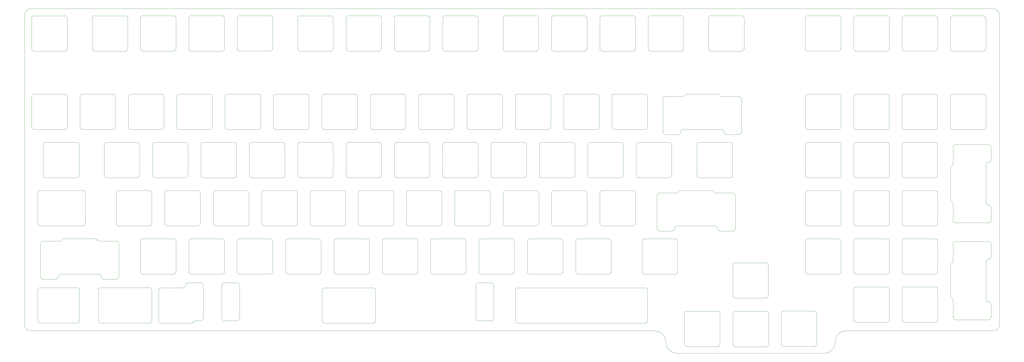
<source format=gbr>
%TF.GenerationSoftware,KiCad,Pcbnew,(5.1.6)-1*%
%TF.CreationDate,2020-07-02T17:11:33-07:00*%
%TF.ProjectId,plate,706c6174-652e-46b6-9963-61645f706362,rev?*%
%TF.SameCoordinates,Original*%
%TF.FileFunction,Profile,NP*%
%FSLAX46Y46*%
G04 Gerber Fmt 4.6, Leading zero omitted, Abs format (unit mm)*
G04 Created by KiCad (PCBNEW (5.1.6)-1) date 2020-07-02 17:11:33*
%MOMM*%
%LPD*%
G01*
G04 APERTURE LIST*
%TA.AperFunction,Profile*%
%ADD10C,0.050000*%
%TD*%
G04 APERTURE END LIST*
D10*
X164281500Y-282756000D02*
X145233000Y-282756000D01*
X115145000Y-283265000D02*
X115145000Y-161091000D01*
X115145000Y-161091000D02*
G75*
G02*
X117685000Y-158551000I2540000J0D01*
G01*
X117685000Y-158551000D02*
X496780000Y-158551000D01*
X496780000Y-158551000D02*
G75*
G02*
X499320000Y-161091000I0J-2540000D01*
G01*
X496780000Y-158551000D02*
X496780000Y-158551000D01*
X130044025Y-249907500D02*
G75*
G02*
X129178000Y-250407500I-866025J500000D01*
G01*
X480476000Y-272863525D02*
G75*
G02*
X479976000Y-271997500I500000J866025D01*
G01*
X493976000Y-258559500D02*
G75*
G02*
X494976000Y-257559500I1000000J0D01*
G01*
X494976000Y-250559500D02*
G75*
G02*
X495976000Y-251559500I0J-1000000D01*
G01*
X479976022Y-259997513D02*
G75*
G02*
X480476000Y-259131500I999978J13D01*
G01*
X480976000Y-251559500D02*
G75*
G02*
X481976000Y-250559500I1000000J0D01*
G01*
X480975978Y-258265487D02*
G75*
G02*
X480476000Y-259131500I-999978J-13D01*
G01*
X494976000Y-274435500D02*
G75*
G02*
X495976000Y-275435500I0J-1000000D01*
G01*
X495976000Y-280435500D02*
G75*
G02*
X494976000Y-281435500I-1000000J0D01*
G01*
X480476000Y-272863475D02*
G75*
G02*
X480976000Y-273729500I-500000J-866025D01*
G01*
X481976000Y-281435500D02*
G75*
G02*
X480976000Y-280435500I0J1000000D01*
G01*
X495976000Y-256559500D02*
G75*
G02*
X494976000Y-257559500I-1000000J0D01*
G01*
X494976000Y-274435500D02*
G75*
G02*
X493976000Y-273435500I0J1000000D01*
G01*
X494976000Y-281435500D02*
X481976000Y-281435500D01*
X493976000Y-258559500D02*
X493976000Y-273435500D01*
X480976000Y-258265500D02*
X480976000Y-251559500D01*
X495976000Y-275435500D02*
X495976000Y-280435500D01*
X481976000Y-250559500D02*
X494976000Y-250559500D01*
X495976000Y-251559500D02*
X495976000Y-256559500D01*
X479976000Y-271997500D02*
X479976000Y-259997500D01*
X480976000Y-280435500D02*
X480976000Y-273729500D01*
X480476000Y-234509525D02*
G75*
G02*
X479976000Y-233643500I500000J866025D01*
G01*
X493976000Y-220205500D02*
G75*
G02*
X494976000Y-219205500I1000000J0D01*
G01*
X494976000Y-212205500D02*
G75*
G02*
X495976000Y-213205500I0J-1000000D01*
G01*
X479976022Y-221643513D02*
G75*
G02*
X480476000Y-220777500I999978J13D01*
G01*
X480976000Y-213205500D02*
G75*
G02*
X481976000Y-212205500I1000000J0D01*
G01*
X480975978Y-219911487D02*
G75*
G02*
X480476000Y-220777500I-999978J-13D01*
G01*
X494976000Y-236081500D02*
G75*
G02*
X495976000Y-237081500I0J-1000000D01*
G01*
X495976000Y-242081500D02*
G75*
G02*
X494976000Y-243081500I-1000000J0D01*
G01*
X480476000Y-234509475D02*
G75*
G02*
X480976000Y-235375500I-500000J-866025D01*
G01*
X481976000Y-243081500D02*
G75*
G02*
X480976000Y-242081500I0J1000000D01*
G01*
X495976000Y-218205500D02*
G75*
G02*
X494976000Y-219205500I-1000000J0D01*
G01*
X494976000Y-236081500D02*
G75*
G02*
X493976000Y-235081500I0J1000000D01*
G01*
X494976000Y-243081500D02*
X481976000Y-243081500D01*
X493976000Y-220205500D02*
X493976000Y-235081500D01*
X480976000Y-219911500D02*
X480976000Y-213205500D01*
X495976000Y-237081500D02*
X495976000Y-242081500D01*
X481976000Y-212205500D02*
X494976000Y-212205500D01*
X495976000Y-213205500D02*
X495976000Y-218205500D01*
X479976000Y-233643500D02*
X479976000Y-221643500D01*
X480976000Y-242081500D02*
X480976000Y-235375500D01*
X375280975Y-192757500D02*
G75*
G02*
X376147000Y-192257500I866025J-500000D01*
G01*
X389585000Y-206257500D02*
G75*
G02*
X390585000Y-207257500I0J-1000000D01*
G01*
X397585000Y-207257500D02*
G75*
G02*
X396585000Y-208257500I-1000000J0D01*
G01*
X388146987Y-192257522D02*
G75*
G02*
X389013000Y-192757500I13J-999978D01*
G01*
X396585000Y-193257500D02*
G75*
G02*
X397585000Y-194257500I0J-1000000D01*
G01*
X389879013Y-193257478D02*
G75*
G02*
X389013000Y-192757500I-13J999978D01*
G01*
X373709000Y-207257500D02*
G75*
G02*
X372709000Y-208257500I-1000000J0D01*
G01*
X367709000Y-208257500D02*
G75*
G02*
X366709000Y-207257500I0J1000000D01*
G01*
X375281025Y-192757500D02*
G75*
G02*
X374415000Y-193257500I-866025J500000D01*
G01*
X366709000Y-194257500D02*
G75*
G02*
X367709000Y-193257500I1000000J0D01*
G01*
X391585000Y-208257500D02*
G75*
G02*
X390585000Y-207257500I0J1000000D01*
G01*
X373709000Y-207257500D02*
G75*
G02*
X374709000Y-206257500I1000000J0D01*
G01*
X366709000Y-207257500D02*
X366709000Y-194257500D01*
X389585000Y-206257500D02*
X374709000Y-206257500D01*
X389879000Y-193257500D02*
X396585000Y-193257500D01*
X372709000Y-208257500D02*
X367709000Y-208257500D01*
X397585000Y-194257500D02*
X397585000Y-207257500D01*
X396585000Y-208257500D02*
X391585000Y-208257500D01*
X376147000Y-192257500D02*
X388147000Y-192257500D01*
X367709000Y-193257500D02*
X374415000Y-193257500D01*
X372931475Y-230857500D02*
G75*
G02*
X373797500Y-230357500I866025J-500000D01*
G01*
X387235500Y-244357500D02*
G75*
G02*
X388235500Y-245357500I0J-1000000D01*
G01*
X395235500Y-245357500D02*
G75*
G02*
X394235500Y-246357500I-1000000J0D01*
G01*
X385797487Y-230357522D02*
G75*
G02*
X386663500Y-230857500I13J-999978D01*
G01*
X394235500Y-231357500D02*
G75*
G02*
X395235500Y-232357500I0J-1000000D01*
G01*
X387529513Y-231357478D02*
G75*
G02*
X386663500Y-230857500I-13J999978D01*
G01*
X371359500Y-245357500D02*
G75*
G02*
X370359500Y-246357500I-1000000J0D01*
G01*
X365359500Y-246357500D02*
G75*
G02*
X364359500Y-245357500I0J1000000D01*
G01*
X372931525Y-230857500D02*
G75*
G02*
X372065500Y-231357500I-866025J500000D01*
G01*
X364359500Y-232357500D02*
G75*
G02*
X365359500Y-231357500I1000000J0D01*
G01*
X389235500Y-246357500D02*
G75*
G02*
X388235500Y-245357500I0J1000000D01*
G01*
X371359500Y-245357500D02*
G75*
G02*
X372359500Y-244357500I1000000J0D01*
G01*
X364359500Y-245357500D02*
X364359500Y-232357500D01*
X387235500Y-244357500D02*
X372359500Y-244357500D01*
X387529500Y-231357500D02*
X394235500Y-231357500D01*
X370359500Y-246357500D02*
X365359500Y-246357500D01*
X395235500Y-232357500D02*
X395235500Y-245357500D01*
X394235500Y-246357500D02*
X389235500Y-246357500D01*
X373797500Y-230357500D02*
X385797500Y-230357500D01*
X365359500Y-231357500D02*
X372065500Y-231357500D01*
X144348000Y-263407500D02*
G75*
G02*
X145348000Y-264407500I0J-1000000D01*
G01*
X151348000Y-250407500D02*
G75*
G02*
X152348000Y-251407500I0J-1000000D01*
G01*
X128472000Y-264407500D02*
G75*
G02*
X129472000Y-263407500I1000000J0D01*
G01*
X152348000Y-264407500D02*
G75*
G02*
X151348000Y-265407500I-1000000J0D01*
G01*
X142909987Y-249407522D02*
G75*
G02*
X143776000Y-249907500I13J-999978D01*
G01*
X144642013Y-250407478D02*
G75*
G02*
X143776000Y-249907500I-13J999978D01*
G01*
X128472000Y-264407500D02*
G75*
G02*
X127472000Y-265407500I-1000000J0D01*
G01*
X122472000Y-265407500D02*
G75*
G02*
X121472000Y-264407500I0J1000000D01*
G01*
X121472000Y-251407500D02*
G75*
G02*
X122472000Y-250407500I1000000J0D01*
G01*
X146348000Y-265407500D02*
G75*
G02*
X145348000Y-264407500I0J1000000D01*
G01*
X130043975Y-249907500D02*
G75*
G02*
X130910000Y-249407500I866025J-500000D01*
G01*
X130910000Y-249407500D02*
X142910000Y-249407500D01*
X122472000Y-250407500D02*
X129178000Y-250407500D01*
X144642000Y-250407500D02*
X151348000Y-250407500D01*
X127472000Y-265407500D02*
X122472000Y-265407500D01*
X152348000Y-251407500D02*
X152348000Y-264407500D01*
X151348000Y-265407500D02*
X146348000Y-265407500D01*
X121472000Y-264407500D02*
X121472000Y-251407500D01*
X144348000Y-263407500D02*
X129472000Y-263407500D01*
X292990500Y-267825000D02*
G75*
G02*
X293991500Y-266826000I1000000J-1000D01*
G01*
X298991500Y-266826000D02*
G75*
G02*
X299991500Y-267826000I0J-1000000D01*
G01*
X293990500Y-281825000D02*
G75*
G02*
X292991500Y-280826000I0J999000D01*
G01*
X299991500Y-280826000D02*
G75*
G02*
X298991500Y-281826000I-1000000J0D01*
G01*
X359640500Y-268826000D02*
G75*
G02*
X360640500Y-269826000I0J-1000000D01*
G01*
X299991500Y-267826000D02*
X299991500Y-280826000D01*
X298991500Y-281826000D02*
X293991500Y-281826000D01*
X292991500Y-280826000D02*
X292991500Y-267826000D01*
X293991500Y-266826000D02*
X298991500Y-266826000D01*
X359640500Y-282826000D02*
X309540500Y-282826000D01*
X309540500Y-268826000D02*
X359640500Y-268826000D01*
X308540500Y-281826000D02*
X308540500Y-269826000D01*
X360640500Y-281826000D02*
G75*
G02*
X359640500Y-282826000I-1000000J0D01*
G01*
X308540500Y-269826000D02*
G75*
G02*
X309540500Y-268826000I1000000J0D01*
G01*
X309540500Y-282826000D02*
G75*
G02*
X308540500Y-281826000I0J1000000D01*
G01*
X360640500Y-269826000D02*
X360640500Y-281826000D01*
X181844025Y-282299500D02*
G75*
G02*
X180978000Y-282799500I-866025J500000D01*
G01*
X181843975Y-282299500D02*
G75*
G02*
X182710000Y-281799500I866025J-500000D01*
G01*
X167978000Y-269799500D02*
G75*
G02*
X168978000Y-268799500I1000000J0D01*
G01*
X184622000Y-266799500D02*
G75*
G02*
X185622000Y-267799500I0J-1000000D01*
G01*
X178622000Y-267800500D02*
G75*
G02*
X177621000Y-268799500I-1000000J1000D01*
G01*
X178621000Y-267799500D02*
G75*
G02*
X179621000Y-266799500I1000000J0D01*
G01*
X185622000Y-280800500D02*
G75*
G02*
X184621000Y-281799500I-1000000J1000D01*
G01*
X168978000Y-282799500D02*
G75*
G02*
X167978000Y-281799500I0J1000000D01*
G01*
X193915000Y-281799500D02*
G75*
G02*
X192915000Y-280799500I0J1000000D01*
G01*
X198915000Y-266799500D02*
G75*
G02*
X199915000Y-267799500I0J-1000000D01*
G01*
X192915000Y-267799500D02*
G75*
G02*
X193915000Y-266799500I1000000J0D01*
G01*
X199915000Y-280799500D02*
G75*
G02*
X198915000Y-281799500I-1000000J0D01*
G01*
X167978000Y-281799500D02*
X167978000Y-269799500D01*
X180978000Y-282799500D02*
X168978000Y-282799500D01*
X185622000Y-267799500D02*
X185622000Y-280799500D01*
X179621000Y-266799500D02*
X184621000Y-266799500D01*
X184621000Y-281799500D02*
X182710000Y-281799500D01*
X168978000Y-268799500D02*
X177621000Y-268799500D01*
X198915000Y-281799500D02*
X193915000Y-281799500D01*
X192915000Y-280799500D02*
X192915000Y-267799500D01*
X199915000Y-267799500D02*
X199915000Y-280799500D01*
X193915000Y-266799500D02*
X198915000Y-266799500D01*
X461906500Y-282501000D02*
G75*
G02*
X460907500Y-281502000I0J999000D01*
G01*
X473907500Y-268502000D02*
G75*
G02*
X474907500Y-269502000I0J-1000000D01*
G01*
X474907500Y-281502000D02*
G75*
G02*
X473907500Y-282502000I-1000000J0D01*
G01*
X460907500Y-269502000D02*
G75*
G02*
X461907500Y-268502000I1000000J0D01*
G01*
X460907500Y-281502000D02*
X460907500Y-269502000D01*
X473907500Y-282502000D02*
X461907500Y-282502000D01*
X474907500Y-269502000D02*
X474907500Y-281502000D01*
X461907500Y-268502000D02*
X473907500Y-268502000D01*
X442856500Y-282501000D02*
G75*
G02*
X441857500Y-281502000I0J999000D01*
G01*
X454857500Y-268502000D02*
G75*
G02*
X455857500Y-269502000I0J-1000000D01*
G01*
X455857500Y-281502000D02*
G75*
G02*
X454857500Y-282502000I-1000000J0D01*
G01*
X441857500Y-269502000D02*
G75*
G02*
X442857500Y-268502000I1000000J0D01*
G01*
X441857500Y-281502000D02*
X441857500Y-269502000D01*
X454857500Y-282502000D02*
X442857500Y-282502000D01*
X455857500Y-269502000D02*
X455857500Y-281502000D01*
X442857500Y-268502000D02*
X454857500Y-268502000D01*
X414281500Y-291962500D02*
G75*
G02*
X413282500Y-290963500I0J999000D01*
G01*
X426282500Y-277963500D02*
G75*
G02*
X427282500Y-278963500I0J-1000000D01*
G01*
X427282500Y-290963500D02*
G75*
G02*
X426282500Y-291963500I-1000000J0D01*
G01*
X413282500Y-278963500D02*
G75*
G02*
X414282500Y-277963500I1000000J0D01*
G01*
X413282500Y-290963500D02*
X413282500Y-278963500D01*
X426282500Y-291963500D02*
X414282500Y-291963500D01*
X427282500Y-278963500D02*
X427282500Y-290963500D01*
X414282500Y-277963500D02*
X426282500Y-277963500D01*
X395295000Y-292089500D02*
G75*
G02*
X394296000Y-291090500I0J999000D01*
G01*
X407296000Y-278090500D02*
G75*
G02*
X408296000Y-279090500I0J-1000000D01*
G01*
X408296000Y-291090500D02*
G75*
G02*
X407296000Y-292090500I-1000000J0D01*
G01*
X394296000Y-279090500D02*
G75*
G02*
X395296000Y-278090500I1000000J0D01*
G01*
X394296000Y-291090500D02*
X394296000Y-279090500D01*
X407296000Y-292090500D02*
X395296000Y-292090500D01*
X408296000Y-279090500D02*
X408296000Y-291090500D01*
X395296000Y-278090500D02*
X407296000Y-278090500D01*
X376181500Y-292026000D02*
G75*
G02*
X375182500Y-291027000I0J999000D01*
G01*
X388182500Y-278027000D02*
G75*
G02*
X389182500Y-279027000I0J-1000000D01*
G01*
X389182500Y-291027000D02*
G75*
G02*
X388182500Y-292027000I-1000000J0D01*
G01*
X375182500Y-279027000D02*
G75*
G02*
X376182500Y-278027000I1000000J0D01*
G01*
X375182500Y-291027000D02*
X375182500Y-279027000D01*
X388182500Y-292027000D02*
X376182500Y-292027000D01*
X389182500Y-279027000D02*
X389182500Y-291027000D01*
X376182500Y-278027000D02*
X388182500Y-278027000D01*
X252419500Y-268819500D02*
G75*
G02*
X253419500Y-269819500I0J-1000000D01*
G01*
X253419500Y-281819500D02*
G75*
G02*
X252419500Y-282819500I-1000000J0D01*
G01*
X253419500Y-269819500D02*
X253419500Y-281819500D01*
X233370000Y-282818500D02*
G75*
G02*
X232371000Y-281819500I0J999000D01*
G01*
X232371000Y-269819500D02*
G75*
G02*
X233371000Y-268819500I1000000J0D01*
G01*
X232371000Y-281819500D02*
X232371000Y-269819500D01*
X252419500Y-282819500D02*
X233371000Y-282819500D01*
X233371000Y-268819500D02*
X252419500Y-268819500D01*
X164281500Y-268756000D02*
G75*
G02*
X165281500Y-269756000I0J-1000000D01*
G01*
X165281500Y-281756000D02*
G75*
G02*
X164281500Y-282756000I-1000000J0D01*
G01*
X165281500Y-269756000D02*
X165281500Y-281756000D01*
X145233000Y-268756000D02*
X164281500Y-268756000D01*
X145233000Y-282756000D02*
G75*
G02*
X144234000Y-281757000I0J999000D01*
G01*
X144233000Y-269756000D02*
G75*
G02*
X145233000Y-268756000I1000000J0D01*
G01*
X144233000Y-281756000D02*
X144233000Y-269756000D01*
X135770000Y-268756000D02*
G75*
G02*
X136770000Y-269756000I0J-1000000D01*
G01*
X136770000Y-281756000D02*
G75*
G02*
X135770000Y-282756000I-1000000J0D01*
G01*
X136770000Y-269756000D02*
X136770000Y-281756000D01*
X121357000Y-282756000D02*
G75*
G02*
X120358000Y-281757000I0J999000D01*
G01*
X120357000Y-269756000D02*
G75*
G02*
X121357000Y-268756000I1000000J0D01*
G01*
X120357000Y-281756000D02*
X120357000Y-269756000D01*
X135770000Y-282756000D02*
X121357000Y-282756000D01*
X121357000Y-268756000D02*
X135770000Y-268756000D01*
X461906500Y-263451000D02*
G75*
G02*
X460907500Y-262452000I0J999000D01*
G01*
X473907500Y-249452000D02*
G75*
G02*
X474907500Y-250452000I0J-1000000D01*
G01*
X474907500Y-262452000D02*
G75*
G02*
X473907500Y-263452000I-1000000J0D01*
G01*
X460907500Y-250452000D02*
G75*
G02*
X461907500Y-249452000I1000000J0D01*
G01*
X460907500Y-262452000D02*
X460907500Y-250452000D01*
X473907500Y-263452000D02*
X461907500Y-263452000D01*
X474907500Y-250452000D02*
X474907500Y-262452000D01*
X461907500Y-249452000D02*
X473907500Y-249452000D01*
X442856500Y-263451000D02*
G75*
G02*
X441857500Y-262452000I0J999000D01*
G01*
X454857500Y-249452000D02*
G75*
G02*
X455857500Y-250452000I0J-1000000D01*
G01*
X455857500Y-262452000D02*
G75*
G02*
X454857500Y-263452000I-1000000J0D01*
G01*
X441857500Y-250452000D02*
G75*
G02*
X442857500Y-249452000I1000000J0D01*
G01*
X441857500Y-262452000D02*
X441857500Y-250452000D01*
X454857500Y-263452000D02*
X442857500Y-263452000D01*
X455857500Y-250452000D02*
X455857500Y-262452000D01*
X442857500Y-249452000D02*
X454857500Y-249452000D01*
X423806500Y-263451000D02*
G75*
G02*
X422807500Y-262452000I0J999000D01*
G01*
X435807500Y-249452000D02*
G75*
G02*
X436807500Y-250452000I0J-1000000D01*
G01*
X436807500Y-262452000D02*
G75*
G02*
X435807500Y-263452000I-1000000J0D01*
G01*
X422807500Y-250452000D02*
G75*
G02*
X423807500Y-249452000I1000000J0D01*
G01*
X422807500Y-262452000D02*
X422807500Y-250452000D01*
X435807500Y-263452000D02*
X423807500Y-263452000D01*
X436807500Y-250452000D02*
X436807500Y-262452000D01*
X423807500Y-249452000D02*
X435807500Y-249452000D01*
X395231500Y-272912500D02*
G75*
G02*
X394232500Y-271913500I0J999000D01*
G01*
X407232500Y-258913500D02*
G75*
G02*
X408232500Y-259913500I0J-1000000D01*
G01*
X408232500Y-271913500D02*
G75*
G02*
X407232500Y-272913500I-1000000J0D01*
G01*
X394232500Y-259913500D02*
G75*
G02*
X395232500Y-258913500I1000000J0D01*
G01*
X394232500Y-271913500D02*
X394232500Y-259913500D01*
X407232500Y-272913500D02*
X395232500Y-272913500D01*
X408232500Y-259913500D02*
X408232500Y-271913500D01*
X395232500Y-258913500D02*
X407232500Y-258913500D01*
X359481000Y-263451000D02*
G75*
G02*
X358482000Y-262452000I0J999000D01*
G01*
X371482000Y-249452000D02*
G75*
G02*
X372482000Y-250452000I0J-1000000D01*
G01*
X372482000Y-262452000D02*
G75*
G02*
X371482000Y-263452000I-1000000J0D01*
G01*
X358482000Y-250452000D02*
G75*
G02*
X359482000Y-249452000I1000000J0D01*
G01*
X358482000Y-262452000D02*
X358482000Y-250452000D01*
X371482000Y-263452000D02*
X359482000Y-263452000D01*
X372482000Y-250452000D02*
X372482000Y-262452000D01*
X359482000Y-249452000D02*
X371482000Y-249452000D01*
X333319000Y-263451000D02*
G75*
G02*
X332320000Y-262452000I0J999000D01*
G01*
X345320000Y-249452000D02*
G75*
G02*
X346320000Y-250452000I0J-1000000D01*
G01*
X346320000Y-262452000D02*
G75*
G02*
X345320000Y-263452000I-1000000J0D01*
G01*
X332320000Y-250452000D02*
G75*
G02*
X333320000Y-249452000I1000000J0D01*
G01*
X332320000Y-262452000D02*
X332320000Y-250452000D01*
X345320000Y-263452000D02*
X333320000Y-263452000D01*
X346320000Y-250452000D02*
X346320000Y-262452000D01*
X333320000Y-249452000D02*
X345320000Y-249452000D01*
X314269000Y-263451000D02*
G75*
G02*
X313270000Y-262452000I0J999000D01*
G01*
X326270000Y-249452000D02*
G75*
G02*
X327270000Y-250452000I0J-1000000D01*
G01*
X327270000Y-262452000D02*
G75*
G02*
X326270000Y-263452000I-1000000J0D01*
G01*
X313270000Y-250452000D02*
G75*
G02*
X314270000Y-249452000I1000000J0D01*
G01*
X313270000Y-262452000D02*
X313270000Y-250452000D01*
X326270000Y-263452000D02*
X314270000Y-263452000D01*
X327270000Y-250452000D02*
X327270000Y-262452000D01*
X314270000Y-249452000D02*
X326270000Y-249452000D01*
X295155500Y-263451000D02*
G75*
G02*
X294156500Y-262452000I0J999000D01*
G01*
X307156500Y-249452000D02*
G75*
G02*
X308156500Y-250452000I0J-1000000D01*
G01*
X308156500Y-262452000D02*
G75*
G02*
X307156500Y-263452000I-1000000J0D01*
G01*
X294156500Y-250452000D02*
G75*
G02*
X295156500Y-249452000I1000000J0D01*
G01*
X294156500Y-262452000D02*
X294156500Y-250452000D01*
X307156500Y-263452000D02*
X295156500Y-263452000D01*
X308156500Y-250452000D02*
X308156500Y-262452000D01*
X295156500Y-249452000D02*
X307156500Y-249452000D01*
X276105500Y-263451000D02*
G75*
G02*
X275106500Y-262452000I0J999000D01*
G01*
X288106500Y-249452000D02*
G75*
G02*
X289106500Y-250452000I0J-1000000D01*
G01*
X289106500Y-262452000D02*
G75*
G02*
X288106500Y-263452000I-1000000J0D01*
G01*
X275106500Y-250452000D02*
G75*
G02*
X276106500Y-249452000I1000000J0D01*
G01*
X275106500Y-262452000D02*
X275106500Y-250452000D01*
X288106500Y-263452000D02*
X276106500Y-263452000D01*
X289106500Y-250452000D02*
X289106500Y-262452000D01*
X276106500Y-249452000D02*
X288106500Y-249452000D01*
X257119000Y-263451000D02*
G75*
G02*
X256120000Y-262452000I0J999000D01*
G01*
X269120000Y-249452000D02*
G75*
G02*
X270120000Y-250452000I0J-1000000D01*
G01*
X270120000Y-262452000D02*
G75*
G02*
X269120000Y-263452000I-1000000J0D01*
G01*
X256120000Y-250452000D02*
G75*
G02*
X257120000Y-249452000I1000000J0D01*
G01*
X256120000Y-262452000D02*
X256120000Y-250452000D01*
X269120000Y-263452000D02*
X257120000Y-263452000D01*
X270120000Y-250452000D02*
X270120000Y-262452000D01*
X257120000Y-249452000D02*
X269120000Y-249452000D01*
X238069000Y-263451000D02*
G75*
G02*
X237070000Y-262452000I0J999000D01*
G01*
X250070000Y-249452000D02*
G75*
G02*
X251070000Y-250452000I0J-1000000D01*
G01*
X251070000Y-262452000D02*
G75*
G02*
X250070000Y-263452000I-1000000J0D01*
G01*
X237070000Y-250452000D02*
G75*
G02*
X238070000Y-249452000I1000000J0D01*
G01*
X237070000Y-262452000D02*
X237070000Y-250452000D01*
X250070000Y-263452000D02*
X238070000Y-263452000D01*
X251070000Y-250452000D02*
X251070000Y-262452000D01*
X238070000Y-249452000D02*
X250070000Y-249452000D01*
X219019000Y-263451000D02*
G75*
G02*
X218020000Y-262452000I0J999000D01*
G01*
X231020000Y-249452000D02*
G75*
G02*
X232020000Y-250452000I0J-1000000D01*
G01*
X232020000Y-262452000D02*
G75*
G02*
X231020000Y-263452000I-1000000J0D01*
G01*
X218020000Y-250452000D02*
G75*
G02*
X219020000Y-249452000I1000000J0D01*
G01*
X218020000Y-262452000D02*
X218020000Y-250452000D01*
X231020000Y-263452000D02*
X219020000Y-263452000D01*
X232020000Y-250452000D02*
X232020000Y-262452000D01*
X219020000Y-249452000D02*
X231020000Y-249452000D01*
X199905500Y-263451000D02*
G75*
G02*
X198906500Y-262452000I0J999000D01*
G01*
X211906500Y-249452000D02*
G75*
G02*
X212906500Y-250452000I0J-1000000D01*
G01*
X212906500Y-262452000D02*
G75*
G02*
X211906500Y-263452000I-1000000J0D01*
G01*
X198906500Y-250452000D02*
G75*
G02*
X199906500Y-249452000I1000000J0D01*
G01*
X198906500Y-262452000D02*
X198906500Y-250452000D01*
X211906500Y-263452000D02*
X199906500Y-263452000D01*
X212906500Y-250452000D02*
X212906500Y-262452000D01*
X199906500Y-249452000D02*
X211906500Y-249452000D01*
X180919000Y-263451000D02*
G75*
G02*
X179920000Y-262452000I0J999000D01*
G01*
X192920000Y-249452000D02*
G75*
G02*
X193920000Y-250452000I0J-1000000D01*
G01*
X193920000Y-262452000D02*
G75*
G02*
X192920000Y-263452000I-1000000J0D01*
G01*
X179920000Y-250452000D02*
G75*
G02*
X180920000Y-249452000I1000000J0D01*
G01*
X179920000Y-262452000D02*
X179920000Y-250452000D01*
X192920000Y-263452000D02*
X180920000Y-263452000D01*
X193920000Y-250452000D02*
X193920000Y-262452000D01*
X180920000Y-249452000D02*
X192920000Y-249452000D01*
X161869000Y-263451000D02*
G75*
G02*
X160870000Y-262452000I0J999000D01*
G01*
X173870000Y-249452000D02*
G75*
G02*
X174870000Y-250452000I0J-1000000D01*
G01*
X174870000Y-262452000D02*
G75*
G02*
X173870000Y-263452000I-1000000J0D01*
G01*
X160870000Y-250452000D02*
G75*
G02*
X161870000Y-249452000I1000000J0D01*
G01*
X160870000Y-262452000D02*
X160870000Y-250452000D01*
X173870000Y-263452000D02*
X161870000Y-263452000D01*
X174870000Y-250452000D02*
X174870000Y-262452000D01*
X161870000Y-249452000D02*
X173870000Y-249452000D01*
X461906500Y-244401000D02*
G75*
G02*
X460907500Y-243402000I0J999000D01*
G01*
X473907500Y-230402000D02*
G75*
G02*
X474907500Y-231402000I0J-1000000D01*
G01*
X474907500Y-243402000D02*
G75*
G02*
X473907500Y-244402000I-1000000J0D01*
G01*
X460907500Y-231402000D02*
G75*
G02*
X461907500Y-230402000I1000000J0D01*
G01*
X460907500Y-243402000D02*
X460907500Y-231402000D01*
X473907500Y-244402000D02*
X461907500Y-244402000D01*
X474907500Y-231402000D02*
X474907500Y-243402000D01*
X461907500Y-230402000D02*
X473907500Y-230402000D01*
X442856500Y-244401000D02*
G75*
G02*
X441857500Y-243402000I0J999000D01*
G01*
X454857500Y-230402000D02*
G75*
G02*
X455857500Y-231402000I0J-1000000D01*
G01*
X455857500Y-243402000D02*
G75*
G02*
X454857500Y-244402000I-1000000J0D01*
G01*
X441857500Y-231402000D02*
G75*
G02*
X442857500Y-230402000I1000000J0D01*
G01*
X441857500Y-243402000D02*
X441857500Y-231402000D01*
X454857500Y-244402000D02*
X442857500Y-244402000D01*
X455857500Y-231402000D02*
X455857500Y-243402000D01*
X442857500Y-230402000D02*
X454857500Y-230402000D01*
X423806500Y-244401000D02*
G75*
G02*
X422807500Y-243402000I0J999000D01*
G01*
X435807500Y-230402000D02*
G75*
G02*
X436807500Y-231402000I0J-1000000D01*
G01*
X436807500Y-243402000D02*
G75*
G02*
X435807500Y-244402000I-1000000J0D01*
G01*
X422807500Y-231402000D02*
G75*
G02*
X423807500Y-230402000I1000000J0D01*
G01*
X422807500Y-243402000D02*
X422807500Y-231402000D01*
X435807500Y-244402000D02*
X423807500Y-244402000D01*
X436807500Y-231402000D02*
X436807500Y-243402000D01*
X423807500Y-230402000D02*
X435807500Y-230402000D01*
X342844000Y-244401000D02*
G75*
G02*
X341845000Y-243402000I0J999000D01*
G01*
X354845000Y-230402000D02*
G75*
G02*
X355845000Y-231402000I0J-1000000D01*
G01*
X355845000Y-243402000D02*
G75*
G02*
X354845000Y-244402000I-1000000J0D01*
G01*
X341845000Y-231402000D02*
G75*
G02*
X342845000Y-230402000I1000000J0D01*
G01*
X341845000Y-243402000D02*
X341845000Y-231402000D01*
X354845000Y-244402000D02*
X342845000Y-244402000D01*
X355845000Y-231402000D02*
X355845000Y-243402000D01*
X342845000Y-230402000D02*
X354845000Y-230402000D01*
X323794000Y-244401000D02*
G75*
G02*
X322795000Y-243402000I0J999000D01*
G01*
X335795000Y-230402000D02*
G75*
G02*
X336795000Y-231402000I0J-1000000D01*
G01*
X336795000Y-243402000D02*
G75*
G02*
X335795000Y-244402000I-1000000J0D01*
G01*
X322795000Y-231402000D02*
G75*
G02*
X323795000Y-230402000I1000000J0D01*
G01*
X322795000Y-243402000D02*
X322795000Y-231402000D01*
X335795000Y-244402000D02*
X323795000Y-244402000D01*
X336795000Y-231402000D02*
X336795000Y-243402000D01*
X323795000Y-230402000D02*
X335795000Y-230402000D01*
X304744000Y-244401000D02*
G75*
G02*
X303745000Y-243402000I0J999000D01*
G01*
X316745000Y-230402000D02*
G75*
G02*
X317745000Y-231402000I0J-1000000D01*
G01*
X317745000Y-243402000D02*
G75*
G02*
X316745000Y-244402000I-1000000J0D01*
G01*
X303745000Y-231402000D02*
G75*
G02*
X304745000Y-230402000I1000000J0D01*
G01*
X303745000Y-243402000D02*
X303745000Y-231402000D01*
X316745000Y-244402000D02*
X304745000Y-244402000D01*
X317745000Y-231402000D02*
X317745000Y-243402000D01*
X304745000Y-230402000D02*
X316745000Y-230402000D01*
X285630500Y-244401000D02*
G75*
G02*
X284631500Y-243402000I0J999000D01*
G01*
X297631500Y-230402000D02*
G75*
G02*
X298631500Y-231402000I0J-1000000D01*
G01*
X298631500Y-243402000D02*
G75*
G02*
X297631500Y-244402000I-1000000J0D01*
G01*
X284631500Y-231402000D02*
G75*
G02*
X285631500Y-230402000I1000000J0D01*
G01*
X284631500Y-243402000D02*
X284631500Y-231402000D01*
X297631500Y-244402000D02*
X285631500Y-244402000D01*
X298631500Y-231402000D02*
X298631500Y-243402000D01*
X285631500Y-230402000D02*
X297631500Y-230402000D01*
X266580500Y-244401000D02*
G75*
G02*
X265581500Y-243402000I0J999000D01*
G01*
X278581500Y-230402000D02*
G75*
G02*
X279581500Y-231402000I0J-1000000D01*
G01*
X279581500Y-243402000D02*
G75*
G02*
X278581500Y-244402000I-1000000J0D01*
G01*
X265581500Y-231402000D02*
G75*
G02*
X266581500Y-230402000I1000000J0D01*
G01*
X265581500Y-243402000D02*
X265581500Y-231402000D01*
X278581500Y-244402000D02*
X266581500Y-244402000D01*
X279581500Y-231402000D02*
X279581500Y-243402000D01*
X266581500Y-230402000D02*
X278581500Y-230402000D01*
X247594000Y-244401000D02*
G75*
G02*
X246595000Y-243402000I0J999000D01*
G01*
X259595000Y-230402000D02*
G75*
G02*
X260595000Y-231402000I0J-1000000D01*
G01*
X260595000Y-243402000D02*
G75*
G02*
X259595000Y-244402000I-1000000J0D01*
G01*
X246595000Y-231402000D02*
G75*
G02*
X247595000Y-230402000I1000000J0D01*
G01*
X246595000Y-243402000D02*
X246595000Y-231402000D01*
X259595000Y-244402000D02*
X247595000Y-244402000D01*
X260595000Y-231402000D02*
X260595000Y-243402000D01*
X247595000Y-230402000D02*
X259595000Y-230402000D01*
X228671000Y-244401000D02*
G75*
G02*
X227672000Y-243402000I0J999000D01*
G01*
X240672000Y-230402000D02*
G75*
G02*
X241672000Y-231402000I0J-1000000D01*
G01*
X241672000Y-243402000D02*
G75*
G02*
X240672000Y-244402000I-1000000J0D01*
G01*
X227672000Y-231402000D02*
G75*
G02*
X228672000Y-230402000I1000000J0D01*
G01*
X227672000Y-243402000D02*
X227672000Y-231402000D01*
X240672000Y-244402000D02*
X228672000Y-244402000D01*
X241672000Y-231402000D02*
X241672000Y-243402000D01*
X228672000Y-230402000D02*
X240672000Y-230402000D01*
X209621000Y-244401000D02*
G75*
G02*
X208622000Y-243402000I0J999000D01*
G01*
X221622000Y-230402000D02*
G75*
G02*
X222622000Y-231402000I0J-1000000D01*
G01*
X222622000Y-243402000D02*
G75*
G02*
X221622000Y-244402000I-1000000J0D01*
G01*
X208622000Y-231402000D02*
G75*
G02*
X209622000Y-230402000I1000000J0D01*
G01*
X208622000Y-243402000D02*
X208622000Y-231402000D01*
X221622000Y-244402000D02*
X209622000Y-244402000D01*
X222622000Y-231402000D02*
X222622000Y-243402000D01*
X209622000Y-230402000D02*
X221622000Y-230402000D01*
X190571000Y-244401000D02*
G75*
G02*
X189572000Y-243402000I0J999000D01*
G01*
X202572000Y-230402000D02*
G75*
G02*
X203572000Y-231402000I0J-1000000D01*
G01*
X203572000Y-243402000D02*
G75*
G02*
X202572000Y-244402000I-1000000J0D01*
G01*
X189572000Y-231402000D02*
G75*
G02*
X190572000Y-230402000I1000000J0D01*
G01*
X189572000Y-243402000D02*
X189572000Y-231402000D01*
X202572000Y-244402000D02*
X190572000Y-244402000D01*
X203572000Y-231402000D02*
X203572000Y-243402000D01*
X190572000Y-230402000D02*
X202572000Y-230402000D01*
X171394000Y-244401000D02*
G75*
G02*
X170395000Y-243402000I0J999000D01*
G01*
X183395000Y-230402000D02*
G75*
G02*
X184395000Y-231402000I0J-1000000D01*
G01*
X184395000Y-243402000D02*
G75*
G02*
X183395000Y-244402000I-1000000J0D01*
G01*
X170395000Y-231402000D02*
G75*
G02*
X171395000Y-230402000I1000000J0D01*
G01*
X170395000Y-243402000D02*
X170395000Y-231402000D01*
X183395000Y-244402000D02*
X171395000Y-244402000D01*
X184395000Y-231402000D02*
X184395000Y-243402000D01*
X171395000Y-230402000D02*
X183395000Y-230402000D01*
X152280500Y-244401000D02*
G75*
G02*
X151281500Y-243402000I0J999000D01*
G01*
X164281500Y-230402000D02*
G75*
G02*
X165281500Y-231402000I0J-1000000D01*
G01*
X165281500Y-243402000D02*
G75*
G02*
X164281500Y-244402000I-1000000J0D01*
G01*
X151281500Y-231402000D02*
G75*
G02*
X152281500Y-230402000I1000000J0D01*
G01*
X151281500Y-243402000D02*
X151281500Y-231402000D01*
X164281500Y-244402000D02*
X152281500Y-244402000D01*
X165281500Y-231402000D02*
X165281500Y-243402000D01*
X152281500Y-230402000D02*
X164281500Y-230402000D01*
X138119500Y-230402000D02*
G75*
G02*
X139119500Y-231402000I0J-1000000D01*
G01*
X139119500Y-243402000D02*
G75*
G02*
X138119500Y-244402000I-1000000J0D01*
G01*
X139119500Y-231402000D02*
X139119500Y-243402000D01*
X121356000Y-244401000D02*
G75*
G02*
X120357000Y-243402000I0J999000D01*
G01*
X120357000Y-231402000D02*
G75*
G02*
X121357000Y-230402000I1000000J0D01*
G01*
X120357000Y-243402000D02*
X120357000Y-231402000D01*
X138119500Y-244402000D02*
X121357000Y-244402000D01*
X121357000Y-230402000D02*
X138119500Y-230402000D01*
X461843000Y-225351000D02*
G75*
G02*
X460844000Y-224352000I0J999000D01*
G01*
X473844000Y-211352000D02*
G75*
G02*
X474844000Y-212352000I0J-1000000D01*
G01*
X474844000Y-224352000D02*
G75*
G02*
X473844000Y-225352000I-1000000J0D01*
G01*
X460844000Y-212352000D02*
G75*
G02*
X461844000Y-211352000I1000000J0D01*
G01*
X460844000Y-224352000D02*
X460844000Y-212352000D01*
X473844000Y-225352000D02*
X461844000Y-225352000D01*
X474844000Y-212352000D02*
X474844000Y-224352000D01*
X461844000Y-211352000D02*
X473844000Y-211352000D01*
X442856500Y-225351000D02*
G75*
G02*
X441857500Y-224352000I0J999000D01*
G01*
X454857500Y-211352000D02*
G75*
G02*
X455857500Y-212352000I0J-1000000D01*
G01*
X455857500Y-224352000D02*
G75*
G02*
X454857500Y-225352000I-1000000J0D01*
G01*
X441857500Y-212352000D02*
G75*
G02*
X442857500Y-211352000I1000000J0D01*
G01*
X441857500Y-224352000D02*
X441857500Y-212352000D01*
X454857500Y-225352000D02*
X442857500Y-225352000D01*
X455857500Y-212352000D02*
X455857500Y-224352000D01*
X442857500Y-211352000D02*
X454857500Y-211352000D01*
X423806500Y-225351000D02*
G75*
G02*
X422807500Y-224352000I0J999000D01*
G01*
X435807500Y-211352000D02*
G75*
G02*
X436807500Y-212352000I0J-1000000D01*
G01*
X436807500Y-224352000D02*
G75*
G02*
X435807500Y-225352000I-1000000J0D01*
G01*
X422807500Y-212352000D02*
G75*
G02*
X423807500Y-211352000I1000000J0D01*
G01*
X422807500Y-224352000D02*
X422807500Y-212352000D01*
X435807500Y-225352000D02*
X423807500Y-225352000D01*
X436807500Y-212352000D02*
X436807500Y-224352000D01*
X423807500Y-211352000D02*
X435807500Y-211352000D01*
X381071000Y-225351000D02*
G75*
G02*
X380072000Y-224352000I0J999000D01*
G01*
X393072000Y-211352000D02*
G75*
G02*
X394072000Y-212352000I0J-1000000D01*
G01*
X394072000Y-224352000D02*
G75*
G02*
X393072000Y-225352000I-1000000J0D01*
G01*
X380072000Y-212352000D02*
G75*
G02*
X381072000Y-211352000I1000000J0D01*
G01*
X380072000Y-224352000D02*
X380072000Y-212352000D01*
X393072000Y-225352000D02*
X381072000Y-225352000D01*
X394072000Y-212352000D02*
X394072000Y-224352000D01*
X381072000Y-211352000D02*
X393072000Y-211352000D01*
X357131500Y-225351000D02*
G75*
G02*
X356132500Y-224352000I0J999000D01*
G01*
X369132500Y-211352000D02*
G75*
G02*
X370132500Y-212352000I0J-1000000D01*
G01*
X370132500Y-224352000D02*
G75*
G02*
X369132500Y-225352000I-1000000J0D01*
G01*
X356132500Y-212352000D02*
G75*
G02*
X357132500Y-211352000I1000000J0D01*
G01*
X356132500Y-224352000D02*
X356132500Y-212352000D01*
X369132500Y-225352000D02*
X357132500Y-225352000D01*
X370132500Y-212352000D02*
X370132500Y-224352000D01*
X357132500Y-211352000D02*
X369132500Y-211352000D01*
X338081500Y-225351000D02*
G75*
G02*
X337082500Y-224352000I0J999000D01*
G01*
X350082500Y-211352000D02*
G75*
G02*
X351082500Y-212352000I0J-1000000D01*
G01*
X351082500Y-224352000D02*
G75*
G02*
X350082500Y-225352000I-1000000J0D01*
G01*
X337082500Y-212352000D02*
G75*
G02*
X338082500Y-211352000I1000000J0D01*
G01*
X337082500Y-224352000D02*
X337082500Y-212352000D01*
X350082500Y-225352000D02*
X338082500Y-225352000D01*
X351082500Y-212352000D02*
X351082500Y-224352000D01*
X338082500Y-211352000D02*
X350082500Y-211352000D01*
X319031500Y-225351000D02*
G75*
G02*
X318032500Y-224352000I0J999000D01*
G01*
X331032500Y-211352000D02*
G75*
G02*
X332032500Y-212352000I0J-1000000D01*
G01*
X332032500Y-224352000D02*
G75*
G02*
X331032500Y-225352000I-1000000J0D01*
G01*
X318032500Y-212352000D02*
G75*
G02*
X319032500Y-211352000I1000000J0D01*
G01*
X318032500Y-224352000D02*
X318032500Y-212352000D01*
X331032500Y-225352000D02*
X319032500Y-225352000D01*
X332032500Y-212352000D02*
X332032500Y-224352000D01*
X319032500Y-211352000D02*
X331032500Y-211352000D01*
X299981500Y-225351000D02*
G75*
G02*
X298982500Y-224352000I0J999000D01*
G01*
X311982500Y-211352000D02*
G75*
G02*
X312982500Y-212352000I0J-1000000D01*
G01*
X312982500Y-224352000D02*
G75*
G02*
X311982500Y-225352000I-1000000J0D01*
G01*
X298982500Y-212352000D02*
G75*
G02*
X299982500Y-211352000I1000000J0D01*
G01*
X298982500Y-224352000D02*
X298982500Y-212352000D01*
X311982500Y-225352000D02*
X299982500Y-225352000D01*
X312982500Y-212352000D02*
X312982500Y-224352000D01*
X299982500Y-211352000D02*
X311982500Y-211352000D01*
X280868000Y-225351000D02*
G75*
G02*
X279869000Y-224352000I0J999000D01*
G01*
X292869000Y-211352000D02*
G75*
G02*
X293869000Y-212352000I0J-1000000D01*
G01*
X293869000Y-224352000D02*
G75*
G02*
X292869000Y-225352000I-1000000J0D01*
G01*
X279869000Y-212352000D02*
G75*
G02*
X280869000Y-211352000I1000000J0D01*
G01*
X279869000Y-224352000D02*
X279869000Y-212352000D01*
X292869000Y-225352000D02*
X280869000Y-225352000D01*
X293869000Y-212352000D02*
X293869000Y-224352000D01*
X280869000Y-211352000D02*
X292869000Y-211352000D01*
X261881500Y-225351000D02*
G75*
G02*
X260882500Y-224352000I0J999000D01*
G01*
X273882500Y-211352000D02*
G75*
G02*
X274882500Y-212352000I0J-1000000D01*
G01*
X274882500Y-224352000D02*
G75*
G02*
X273882500Y-225352000I-1000000J0D01*
G01*
X260882500Y-212352000D02*
G75*
G02*
X261882500Y-211352000I1000000J0D01*
G01*
X260882500Y-224352000D02*
X260882500Y-212352000D01*
X273882500Y-225352000D02*
X261882500Y-225352000D01*
X274882500Y-212352000D02*
X274882500Y-224352000D01*
X261882500Y-211352000D02*
X273882500Y-211352000D01*
X242789000Y-225349000D02*
G75*
G02*
X241790000Y-224350000I0J999000D01*
G01*
X254790000Y-211350000D02*
G75*
G02*
X255790000Y-212350000I0J-1000000D01*
G01*
X255790000Y-224350000D02*
G75*
G02*
X254790000Y-225350000I-1000000J0D01*
G01*
X241790000Y-212350000D02*
G75*
G02*
X242790000Y-211350000I1000000J0D01*
G01*
X241790000Y-224350000D02*
X241790000Y-212350000D01*
X254790000Y-225350000D02*
X242790000Y-225350000D01*
X255790000Y-212350000D02*
X255790000Y-224350000D01*
X242790000Y-211350000D02*
X254790000Y-211350000D01*
X223759000Y-225319000D02*
G75*
G02*
X222760000Y-224320000I0J999000D01*
G01*
X235760000Y-211320000D02*
G75*
G02*
X236760000Y-212320000I0J-1000000D01*
G01*
X236760000Y-224320000D02*
G75*
G02*
X235760000Y-225320000I-1000000J0D01*
G01*
X222760000Y-212320000D02*
G75*
G02*
X223760000Y-211320000I1000000J0D01*
G01*
X222760000Y-224320000D02*
X222760000Y-212320000D01*
X235760000Y-225320000D02*
X223760000Y-225320000D01*
X236760000Y-212320000D02*
X236760000Y-224320000D01*
X223760000Y-211320000D02*
X235760000Y-211320000D01*
X204699000Y-225379000D02*
G75*
G02*
X203700000Y-224380000I0J999000D01*
G01*
X216700000Y-211380000D02*
G75*
G02*
X217700000Y-212380000I0J-1000000D01*
G01*
X217700000Y-224380000D02*
G75*
G02*
X216700000Y-225380000I-1000000J0D01*
G01*
X203700000Y-212380000D02*
G75*
G02*
X204700000Y-211380000I1000000J0D01*
G01*
X203700000Y-224380000D02*
X203700000Y-212380000D01*
X216700000Y-225380000D02*
X204700000Y-225380000D01*
X217700000Y-212380000D02*
X217700000Y-224380000D01*
X204700000Y-211380000D02*
X216700000Y-211380000D01*
X185659000Y-225369000D02*
G75*
G02*
X184660000Y-224370000I0J999000D01*
G01*
X197660000Y-211370000D02*
G75*
G02*
X198660000Y-212370000I0J-1000000D01*
G01*
X198660000Y-224370000D02*
G75*
G02*
X197660000Y-225370000I-1000000J0D01*
G01*
X184660000Y-212370000D02*
G75*
G02*
X185660000Y-211370000I1000000J0D01*
G01*
X184660000Y-224370000D02*
X184660000Y-212370000D01*
X197660000Y-225370000D02*
X185660000Y-225370000D01*
X198660000Y-212370000D02*
X198660000Y-224370000D01*
X185660000Y-211370000D02*
X197660000Y-211370000D01*
X166589000Y-225339000D02*
G75*
G02*
X165590000Y-224340000I0J999000D01*
G01*
X178590000Y-211340000D02*
G75*
G02*
X179590000Y-212340000I0J-1000000D01*
G01*
X179590000Y-224340000D02*
G75*
G02*
X178590000Y-225340000I-1000000J0D01*
G01*
X165590000Y-212340000D02*
G75*
G02*
X166590000Y-211340000I1000000J0D01*
G01*
X165590000Y-224340000D02*
X165590000Y-212340000D01*
X178590000Y-225340000D02*
X166590000Y-225340000D01*
X179590000Y-212340000D02*
X179590000Y-224340000D01*
X166590000Y-211340000D02*
X178590000Y-211340000D01*
X147559000Y-225349000D02*
G75*
G02*
X146560000Y-224350000I0J999000D01*
G01*
X159560000Y-211350000D02*
G75*
G02*
X160560000Y-212350000I0J-1000000D01*
G01*
X160560000Y-224350000D02*
G75*
G02*
X159560000Y-225350000I-1000000J0D01*
G01*
X146560000Y-212350000D02*
G75*
G02*
X147560000Y-211350000I1000000J0D01*
G01*
X146560000Y-224350000D02*
X146560000Y-212350000D01*
X159560000Y-225350000D02*
X147560000Y-225350000D01*
X160560000Y-212350000D02*
X160560000Y-224350000D01*
X147560000Y-211350000D02*
X159560000Y-211350000D01*
X123739000Y-225339000D02*
G75*
G02*
X122740000Y-224340000I0J999000D01*
G01*
X135740000Y-211340000D02*
G75*
G02*
X136740000Y-212340000I0J-1000000D01*
G01*
X136740000Y-224340000D02*
G75*
G02*
X135740000Y-225340000I-1000000J0D01*
G01*
X122740000Y-212340000D02*
G75*
G02*
X123740000Y-211340000I1000000J0D01*
G01*
X122740000Y-224340000D02*
X122740000Y-212340000D01*
X135740000Y-225340000D02*
X123740000Y-225340000D01*
X136740000Y-212340000D02*
X136740000Y-224340000D01*
X123740000Y-211340000D02*
X135740000Y-211340000D01*
X480949000Y-206299000D02*
G75*
G02*
X479950000Y-205300000I0J999000D01*
G01*
X492950000Y-192300000D02*
G75*
G02*
X493950000Y-193300000I0J-1000000D01*
G01*
X493950000Y-205300000D02*
G75*
G02*
X492950000Y-206300000I-1000000J0D01*
G01*
X479950000Y-193300000D02*
G75*
G02*
X480950000Y-192300000I1000000J0D01*
G01*
X479950000Y-205300000D02*
X479950000Y-193300000D01*
X492950000Y-206300000D02*
X480950000Y-206300000D01*
X493950000Y-193300000D02*
X493950000Y-205300000D01*
X480950000Y-192300000D02*
X492950000Y-192300000D01*
X461869000Y-206299000D02*
G75*
G02*
X460870000Y-205300000I0J999000D01*
G01*
X473870000Y-192300000D02*
G75*
G02*
X474870000Y-193300000I0J-1000000D01*
G01*
X474870000Y-205300000D02*
G75*
G02*
X473870000Y-206300000I-1000000J0D01*
G01*
X460870000Y-193300000D02*
G75*
G02*
X461870000Y-192300000I1000000J0D01*
G01*
X460870000Y-205300000D02*
X460870000Y-193300000D01*
X473870000Y-206300000D02*
X461870000Y-206300000D01*
X474870000Y-193300000D02*
X474870000Y-205300000D01*
X461870000Y-192300000D02*
X473870000Y-192300000D01*
X442819000Y-206279000D02*
G75*
G02*
X441820000Y-205280000I0J999000D01*
G01*
X454820000Y-192280000D02*
G75*
G02*
X455820000Y-193280000I0J-1000000D01*
G01*
X455820000Y-205280000D02*
G75*
G02*
X454820000Y-206280000I-1000000J0D01*
G01*
X441820000Y-193280000D02*
G75*
G02*
X442820000Y-192280000I1000000J0D01*
G01*
X441820000Y-205280000D02*
X441820000Y-193280000D01*
X454820000Y-206280000D02*
X442820000Y-206280000D01*
X455820000Y-193280000D02*
X455820000Y-205280000D01*
X442820000Y-192280000D02*
X454820000Y-192280000D01*
X423809000Y-206299000D02*
G75*
G02*
X422810000Y-205300000I0J999000D01*
G01*
X435810000Y-192300000D02*
G75*
G02*
X436810000Y-193300000I0J-1000000D01*
G01*
X436810000Y-205300000D02*
G75*
G02*
X435810000Y-206300000I-1000000J0D01*
G01*
X422810000Y-193300000D02*
G75*
G02*
X423810000Y-192300000I1000000J0D01*
G01*
X422810000Y-205300000D02*
X422810000Y-193300000D01*
X435810000Y-206300000D02*
X423810000Y-206300000D01*
X436810000Y-193300000D02*
X436810000Y-205300000D01*
X423810000Y-192300000D02*
X435810000Y-192300000D01*
X347589000Y-206269000D02*
G75*
G02*
X346590000Y-205270000I0J999000D01*
G01*
X359590000Y-192270000D02*
G75*
G02*
X360590000Y-193270000I0J-1000000D01*
G01*
X360590000Y-205270000D02*
G75*
G02*
X359590000Y-206270000I-1000000J0D01*
G01*
X346590000Y-193270000D02*
G75*
G02*
X347590000Y-192270000I1000000J0D01*
G01*
X346590000Y-205270000D02*
X346590000Y-193270000D01*
X359590000Y-206270000D02*
X347590000Y-206270000D01*
X360590000Y-193270000D02*
X360590000Y-205270000D01*
X347590000Y-192270000D02*
X359590000Y-192270000D01*
X328559000Y-206269000D02*
G75*
G02*
X327560000Y-205270000I0J999000D01*
G01*
X340560000Y-192270000D02*
G75*
G02*
X341560000Y-193270000I0J-1000000D01*
G01*
X341560000Y-205270000D02*
G75*
G02*
X340560000Y-206270000I-1000000J0D01*
G01*
X327560000Y-193270000D02*
G75*
G02*
X328560000Y-192270000I1000000J0D01*
G01*
X327560000Y-205270000D02*
X327560000Y-193270000D01*
X340560000Y-206270000D02*
X328560000Y-206270000D01*
X341560000Y-193270000D02*
X341560000Y-205270000D01*
X328560000Y-192270000D02*
X340560000Y-192270000D01*
X309519000Y-206249000D02*
G75*
G02*
X308520000Y-205250000I0J999000D01*
G01*
X321520000Y-192250000D02*
G75*
G02*
X322520000Y-193250000I0J-1000000D01*
G01*
X322520000Y-205250000D02*
G75*
G02*
X321520000Y-206250000I-1000000J0D01*
G01*
X308520000Y-193250000D02*
G75*
G02*
X309520000Y-192250000I1000000J0D01*
G01*
X308520000Y-205250000D02*
X308520000Y-193250000D01*
X321520000Y-206250000D02*
X309520000Y-206250000D01*
X322520000Y-193250000D02*
X322520000Y-205250000D01*
X309520000Y-192250000D02*
X321520000Y-192250000D01*
X290459000Y-206259000D02*
G75*
G02*
X289460000Y-205260000I0J999000D01*
G01*
X302460000Y-192260000D02*
G75*
G02*
X303460000Y-193260000I0J-1000000D01*
G01*
X303460000Y-205260000D02*
G75*
G02*
X302460000Y-206260000I-1000000J0D01*
G01*
X289460000Y-193260000D02*
G75*
G02*
X290460000Y-192260000I1000000J0D01*
G01*
X289460000Y-205260000D02*
X289460000Y-193260000D01*
X302460000Y-206260000D02*
X290460000Y-206260000D01*
X303460000Y-193260000D02*
X303460000Y-205260000D01*
X290460000Y-192260000D02*
X302460000Y-192260000D01*
X271419000Y-206269000D02*
G75*
G02*
X270420000Y-205270000I0J999000D01*
G01*
X283420000Y-192270000D02*
G75*
G02*
X284420000Y-193270000I0J-1000000D01*
G01*
X284420000Y-205270000D02*
G75*
G02*
X283420000Y-206270000I-1000000J0D01*
G01*
X270420000Y-193270000D02*
G75*
G02*
X271420000Y-192270000I1000000J0D01*
G01*
X270420000Y-205270000D02*
X270420000Y-193270000D01*
X283420000Y-206270000D02*
X271420000Y-206270000D01*
X284420000Y-193270000D02*
X284420000Y-205270000D01*
X271420000Y-192270000D02*
X283420000Y-192270000D01*
X252369000Y-206269000D02*
G75*
G02*
X251370000Y-205270000I0J999000D01*
G01*
X264370000Y-192270000D02*
G75*
G02*
X265370000Y-193270000I0J-1000000D01*
G01*
X265370000Y-205270000D02*
G75*
G02*
X264370000Y-206270000I-1000000J0D01*
G01*
X251370000Y-193270000D02*
G75*
G02*
X252370000Y-192270000I1000000J0D01*
G01*
X251370000Y-205270000D02*
X251370000Y-193270000D01*
X264370000Y-206270000D02*
X252370000Y-206270000D01*
X265370000Y-193270000D02*
X265370000Y-205270000D01*
X252370000Y-192270000D02*
X264370000Y-192270000D01*
X233289000Y-206259000D02*
G75*
G02*
X232290000Y-205260000I0J999000D01*
G01*
X245290000Y-192260000D02*
G75*
G02*
X246290000Y-193260000I0J-1000000D01*
G01*
X246290000Y-205260000D02*
G75*
G02*
X245290000Y-206260000I-1000000J0D01*
G01*
X232290000Y-193260000D02*
G75*
G02*
X233290000Y-192260000I1000000J0D01*
G01*
X232290000Y-205260000D02*
X232290000Y-193260000D01*
X245290000Y-206260000D02*
X233290000Y-206260000D01*
X246290000Y-193260000D02*
X246290000Y-205260000D01*
X233290000Y-192260000D02*
X245290000Y-192260000D01*
X214249000Y-206299000D02*
G75*
G02*
X213250000Y-205300000I0J999000D01*
G01*
X226250000Y-192300000D02*
G75*
G02*
X227250000Y-193300000I0J-1000000D01*
G01*
X227250000Y-205300000D02*
G75*
G02*
X226250000Y-206300000I-1000000J0D01*
G01*
X213250000Y-193300000D02*
G75*
G02*
X214250000Y-192300000I1000000J0D01*
G01*
X213250000Y-205300000D02*
X213250000Y-193300000D01*
X226250000Y-206300000D02*
X214250000Y-206300000D01*
X227250000Y-193300000D02*
X227250000Y-205300000D01*
X214250000Y-192300000D02*
X226250000Y-192300000D01*
X195199000Y-206279000D02*
G75*
G02*
X194200000Y-205280000I0J999000D01*
G01*
X207200000Y-192280000D02*
G75*
G02*
X208200000Y-193280000I0J-1000000D01*
G01*
X208200000Y-205280000D02*
G75*
G02*
X207200000Y-206280000I-1000000J0D01*
G01*
X194200000Y-193280000D02*
G75*
G02*
X195200000Y-192280000I1000000J0D01*
G01*
X194200000Y-205280000D02*
X194200000Y-193280000D01*
X207200000Y-206280000D02*
X195200000Y-206280000D01*
X208200000Y-193280000D02*
X208200000Y-205280000D01*
X195200000Y-192280000D02*
X207200000Y-192280000D01*
X176129000Y-206299000D02*
G75*
G02*
X175130000Y-205300000I0J999000D01*
G01*
X188130000Y-192300000D02*
G75*
G02*
X189130000Y-193300000I0J-1000000D01*
G01*
X189130000Y-205300000D02*
G75*
G02*
X188130000Y-206300000I-1000000J0D01*
G01*
X175130000Y-193300000D02*
G75*
G02*
X176130000Y-192300000I1000000J0D01*
G01*
X175130000Y-205300000D02*
X175130000Y-193300000D01*
X188130000Y-206300000D02*
X176130000Y-206300000D01*
X189130000Y-193300000D02*
X189130000Y-205300000D01*
X176130000Y-192300000D02*
X188130000Y-192300000D01*
X157099000Y-206299000D02*
G75*
G02*
X156100000Y-205300000I0J999000D01*
G01*
X169100000Y-192300000D02*
G75*
G02*
X170100000Y-193300000I0J-1000000D01*
G01*
X170100000Y-205300000D02*
G75*
G02*
X169100000Y-206300000I-1000000J0D01*
G01*
X156100000Y-193300000D02*
G75*
G02*
X157100000Y-192300000I1000000J0D01*
G01*
X156100000Y-205300000D02*
X156100000Y-193300000D01*
X169100000Y-206300000D02*
X157100000Y-206300000D01*
X170100000Y-193300000D02*
X170100000Y-205300000D01*
X157100000Y-192300000D02*
X169100000Y-192300000D01*
X138049000Y-206269000D02*
G75*
G02*
X137050000Y-205270000I0J999000D01*
G01*
X150050000Y-192270000D02*
G75*
G02*
X151050000Y-193270000I0J-1000000D01*
G01*
X151050000Y-205270000D02*
G75*
G02*
X150050000Y-206270000I-1000000J0D01*
G01*
X137050000Y-193270000D02*
G75*
G02*
X138050000Y-192270000I1000000J0D01*
G01*
X137050000Y-205270000D02*
X137050000Y-193270000D01*
X150050000Y-206270000D02*
X138050000Y-206270000D01*
X151050000Y-193270000D02*
X151050000Y-205270000D01*
X138050000Y-192270000D02*
X150050000Y-192270000D01*
X118979000Y-206269000D02*
G75*
G02*
X117980000Y-205270000I0J999000D01*
G01*
X130980000Y-192270000D02*
G75*
G02*
X131980000Y-193270000I0J-1000000D01*
G01*
X131980000Y-205270000D02*
G75*
G02*
X130980000Y-206270000I-1000000J0D01*
G01*
X117980000Y-193270000D02*
G75*
G02*
X118980000Y-192270000I1000000J0D01*
G01*
X117980000Y-205270000D02*
X117980000Y-193270000D01*
X130980000Y-206270000D02*
X118980000Y-206270000D01*
X131980000Y-193270000D02*
X131980000Y-205270000D01*
X118980000Y-192270000D02*
X130980000Y-192270000D01*
X480939000Y-175329000D02*
G75*
G02*
X479940000Y-174330000I0J999000D01*
G01*
X492940000Y-161330000D02*
G75*
G02*
X493940000Y-162330000I0J-1000000D01*
G01*
X493940000Y-174330000D02*
G75*
G02*
X492940000Y-175330000I-1000000J0D01*
G01*
X479940000Y-162330000D02*
G75*
G02*
X480940000Y-161330000I1000000J0D01*
G01*
X479940000Y-174330000D02*
X479940000Y-162330000D01*
X492940000Y-175330000D02*
X480940000Y-175330000D01*
X493940000Y-162330000D02*
X493940000Y-174330000D01*
X480940000Y-161330000D02*
X492940000Y-161330000D01*
X461899000Y-175309000D02*
G75*
G02*
X460900000Y-174310000I0J999000D01*
G01*
X473900000Y-161310000D02*
G75*
G02*
X474900000Y-162310000I0J-1000000D01*
G01*
X474900000Y-174310000D02*
G75*
G02*
X473900000Y-175310000I-1000000J0D01*
G01*
X460900000Y-162310000D02*
G75*
G02*
X461900000Y-161310000I1000000J0D01*
G01*
X460900000Y-174310000D02*
X460900000Y-162310000D01*
X473900000Y-175310000D02*
X461900000Y-175310000D01*
X474900000Y-162310000D02*
X474900000Y-174310000D01*
X461900000Y-161310000D02*
X473900000Y-161310000D01*
X442849000Y-175329000D02*
G75*
G02*
X441850000Y-174330000I0J999000D01*
G01*
X454850000Y-161330000D02*
G75*
G02*
X455850000Y-162330000I0J-1000000D01*
G01*
X455850000Y-174330000D02*
G75*
G02*
X454850000Y-175330000I-1000000J0D01*
G01*
X441850000Y-162330000D02*
G75*
G02*
X442850000Y-161330000I1000000J0D01*
G01*
X441850000Y-174330000D02*
X441850000Y-162330000D01*
X454850000Y-175330000D02*
X442850000Y-175330000D01*
X455850000Y-162330000D02*
X455850000Y-174330000D01*
X442850000Y-161330000D02*
X454850000Y-161330000D01*
X423799000Y-175309000D02*
G75*
G02*
X422800000Y-174310000I0J999000D01*
G01*
X435800000Y-161310000D02*
G75*
G02*
X436800000Y-162310000I0J-1000000D01*
G01*
X436800000Y-174310000D02*
G75*
G02*
X435800000Y-175310000I-1000000J0D01*
G01*
X422800000Y-162310000D02*
G75*
G02*
X423800000Y-161310000I1000000J0D01*
G01*
X422800000Y-174310000D02*
X422800000Y-162310000D01*
X435800000Y-175310000D02*
X423800000Y-175310000D01*
X436800000Y-162310000D02*
X436800000Y-174310000D01*
X423800000Y-161310000D02*
X435800000Y-161310000D01*
X385679000Y-175319000D02*
G75*
G02*
X384680000Y-174320000I0J999000D01*
G01*
X397680000Y-161320000D02*
G75*
G02*
X398680000Y-162320000I0J-1000000D01*
G01*
X398680000Y-174320000D02*
G75*
G02*
X397680000Y-175320000I-1000000J0D01*
G01*
X384680000Y-162320000D02*
G75*
G02*
X385680000Y-161320000I1000000J0D01*
G01*
X384680000Y-174320000D02*
X384680000Y-162320000D01*
X397680000Y-175320000D02*
X385680000Y-175320000D01*
X398680000Y-162320000D02*
X398680000Y-174320000D01*
X385680000Y-161320000D02*
X397680000Y-161320000D01*
X361879000Y-175339000D02*
G75*
G02*
X360880000Y-174340000I0J999000D01*
G01*
X373880000Y-161340000D02*
G75*
G02*
X374880000Y-162340000I0J-1000000D01*
G01*
X374880000Y-174340000D02*
G75*
G02*
X373880000Y-175340000I-1000000J0D01*
G01*
X360880000Y-162340000D02*
G75*
G02*
X361880000Y-161340000I1000000J0D01*
G01*
X360880000Y-174340000D02*
X360880000Y-162340000D01*
X373880000Y-175340000D02*
X361880000Y-175340000D01*
X374880000Y-162340000D02*
X374880000Y-174340000D01*
X361880000Y-161340000D02*
X373880000Y-161340000D01*
X342839000Y-175339000D02*
G75*
G02*
X341840000Y-174340000I0J999000D01*
G01*
X354840000Y-161340000D02*
G75*
G02*
X355840000Y-162340000I0J-1000000D01*
G01*
X355840000Y-174340000D02*
G75*
G02*
X354840000Y-175340000I-1000000J0D01*
G01*
X341840000Y-162340000D02*
G75*
G02*
X342840000Y-161340000I1000000J0D01*
G01*
X341840000Y-174340000D02*
X341840000Y-162340000D01*
X354840000Y-175340000D02*
X342840000Y-175340000D01*
X355840000Y-162340000D02*
X355840000Y-174340000D01*
X342840000Y-161340000D02*
X354840000Y-161340000D01*
X323789000Y-175329000D02*
G75*
G02*
X322790000Y-174330000I0J999000D01*
G01*
X335790000Y-161330000D02*
G75*
G02*
X336790000Y-162330000I0J-1000000D01*
G01*
X336790000Y-174330000D02*
G75*
G02*
X335790000Y-175330000I-1000000J0D01*
G01*
X322790000Y-162330000D02*
G75*
G02*
X323790000Y-161330000I1000000J0D01*
G01*
X322790000Y-174330000D02*
X322790000Y-162330000D01*
X335790000Y-175330000D02*
X323790000Y-175330000D01*
X336790000Y-162330000D02*
X336790000Y-174330000D01*
X323790000Y-161330000D02*
X335790000Y-161330000D01*
X304729000Y-175339000D02*
G75*
G02*
X303730000Y-174340000I0J999000D01*
G01*
X316730000Y-161340000D02*
G75*
G02*
X317730000Y-162340000I0J-1000000D01*
G01*
X317730000Y-174340000D02*
G75*
G02*
X316730000Y-175340000I-1000000J0D01*
G01*
X303730000Y-162340000D02*
G75*
G02*
X304730000Y-161340000I1000000J0D01*
G01*
X303730000Y-174340000D02*
X303730000Y-162340000D01*
X316730000Y-175340000D02*
X304730000Y-175340000D01*
X317730000Y-162340000D02*
X317730000Y-174340000D01*
X304730000Y-161340000D02*
X316730000Y-161340000D01*
X280909000Y-175329000D02*
G75*
G02*
X279910000Y-174330000I0J999000D01*
G01*
X292910000Y-161330000D02*
G75*
G02*
X293910000Y-162330000I0J-1000000D01*
G01*
X293910000Y-174330000D02*
G75*
G02*
X292910000Y-175330000I-1000000J0D01*
G01*
X279910000Y-162330000D02*
G75*
G02*
X280910000Y-161330000I1000000J0D01*
G01*
X279910000Y-174330000D02*
X279910000Y-162330000D01*
X292910000Y-175330000D02*
X280910000Y-175330000D01*
X293910000Y-162330000D02*
X293910000Y-174330000D01*
X280910000Y-161330000D02*
X292910000Y-161330000D01*
X261849000Y-175329000D02*
G75*
G02*
X260850000Y-174330000I0J999000D01*
G01*
X273850000Y-161330000D02*
G75*
G02*
X274850000Y-162330000I0J-1000000D01*
G01*
X274850000Y-174330000D02*
G75*
G02*
X273850000Y-175330000I-1000000J0D01*
G01*
X260850000Y-162330000D02*
G75*
G02*
X261850000Y-161330000I1000000J0D01*
G01*
X260850000Y-174330000D02*
X260850000Y-162330000D01*
X273850000Y-175330000D02*
X261850000Y-175330000D01*
X274850000Y-162330000D02*
X274850000Y-174330000D01*
X261850000Y-161330000D02*
X273850000Y-161330000D01*
X242819000Y-175319000D02*
G75*
G02*
X241820000Y-174320000I0J999000D01*
G01*
X254820000Y-161320000D02*
G75*
G02*
X255820000Y-162320000I0J-1000000D01*
G01*
X255820000Y-174320000D02*
G75*
G02*
X254820000Y-175320000I-1000000J0D01*
G01*
X241820000Y-162320000D02*
G75*
G02*
X242820000Y-161320000I1000000J0D01*
G01*
X241820000Y-174320000D02*
X241820000Y-162320000D01*
X254820000Y-175320000D02*
X242820000Y-175320000D01*
X255820000Y-162320000D02*
X255820000Y-174320000D01*
X242820000Y-161320000D02*
X254820000Y-161320000D01*
X223769000Y-175349000D02*
G75*
G02*
X222770000Y-174350000I0J999000D01*
G01*
X235770000Y-161350000D02*
G75*
G02*
X236770000Y-162350000I0J-1000000D01*
G01*
X236770000Y-174350000D02*
G75*
G02*
X235770000Y-175350000I-1000000J0D01*
G01*
X222770000Y-162350000D02*
G75*
G02*
X223770000Y-161350000I1000000J0D01*
G01*
X222770000Y-174350000D02*
X222770000Y-162350000D01*
X235770000Y-175350000D02*
X223770000Y-175350000D01*
X236770000Y-162350000D02*
X236770000Y-174350000D01*
X223770000Y-161350000D02*
X235770000Y-161350000D01*
X199949000Y-175309000D02*
G75*
G02*
X198950000Y-174310000I0J999000D01*
G01*
X211950000Y-161310000D02*
G75*
G02*
X212950000Y-162310000I0J-1000000D01*
G01*
X212950000Y-174310000D02*
G75*
G02*
X211950000Y-175310000I-1000000J0D01*
G01*
X198950000Y-162310000D02*
G75*
G02*
X199950000Y-161310000I1000000J0D01*
G01*
X198950000Y-174310000D02*
X198950000Y-162310000D01*
X211950000Y-175310000D02*
X199950000Y-175310000D01*
X212950000Y-162310000D02*
X212950000Y-174310000D01*
X199950000Y-161310000D02*
X211950000Y-161310000D01*
X180919000Y-175329000D02*
G75*
G02*
X179920000Y-174330000I0J999000D01*
G01*
X192920000Y-161330000D02*
G75*
G02*
X193920000Y-162330000I0J-1000000D01*
G01*
X193920000Y-174330000D02*
G75*
G02*
X192920000Y-175330000I-1000000J0D01*
G01*
X179920000Y-162330000D02*
G75*
G02*
X180920000Y-161330000I1000000J0D01*
G01*
X179920000Y-174330000D02*
X179920000Y-162330000D01*
X192920000Y-175330000D02*
X180920000Y-175330000D01*
X193920000Y-162330000D02*
X193920000Y-174330000D01*
X180920000Y-161330000D02*
X192920000Y-161330000D01*
X161839000Y-175319000D02*
G75*
G02*
X160840000Y-174320000I0J999000D01*
G01*
X173840000Y-161320000D02*
G75*
G02*
X174840000Y-162320000I0J-1000000D01*
G01*
X174840000Y-174320000D02*
G75*
G02*
X173840000Y-175320000I-1000000J0D01*
G01*
X160840000Y-162320000D02*
G75*
G02*
X161840000Y-161320000I1000000J0D01*
G01*
X160840000Y-174320000D02*
X160840000Y-162320000D01*
X173840000Y-175320000D02*
X161840000Y-175320000D01*
X174840000Y-162320000D02*
X174840000Y-174320000D01*
X161840000Y-161320000D02*
X173840000Y-161320000D01*
X142799000Y-175359000D02*
G75*
G02*
X141800000Y-174360000I0J999000D01*
G01*
X154800000Y-161360000D02*
G75*
G02*
X155800000Y-162360000I0J-1000000D01*
G01*
X155800000Y-174360000D02*
G75*
G02*
X154800000Y-175360000I-1000000J0D01*
G01*
X141800000Y-162360000D02*
G75*
G02*
X142800000Y-161360000I1000000J0D01*
G01*
X141800000Y-174360000D02*
X141800000Y-162360000D01*
X154800000Y-175360000D02*
X142800000Y-175360000D01*
X155800000Y-162360000D02*
X155800000Y-174360000D01*
X142800000Y-161360000D02*
X154800000Y-161360000D01*
X118979000Y-175349000D02*
G75*
G02*
X117980000Y-174350000I0J999000D01*
G01*
X130980000Y-161350000D02*
G75*
G02*
X131980000Y-162350000I0J-1000000D01*
G01*
X131980000Y-174350000D02*
G75*
G02*
X130980000Y-175350000I-1000000J0D01*
G01*
X117980000Y-162350000D02*
G75*
G02*
X118980000Y-161350000I1000000J0D01*
G01*
X117980000Y-174350000D02*
X117980000Y-162350000D01*
X130980000Y-175350000D02*
X118980000Y-175350000D01*
X131980000Y-162350000D02*
X131980000Y-174350000D01*
X118980000Y-161350000D02*
X130980000Y-161350000D01*
X372320000Y-294695000D02*
G75*
G02*
X367875000Y-290250000I0J4445000D01*
G01*
X499320000Y-283265000D02*
X499320000Y-161091000D01*
X117685000Y-285805000D02*
G75*
G02*
X115145000Y-283265000I0J2540000D01*
G01*
X430105000Y-294695000D02*
X372320000Y-294695000D01*
X434550000Y-290250000D02*
G75*
G02*
X438995000Y-285805000I4445000J0D01*
G01*
X363430000Y-285805000D02*
X117685000Y-285805000D01*
X499320000Y-283265000D02*
G75*
G02*
X496780000Y-285805000I-2540000J0D01*
G01*
X363430000Y-285805000D02*
G75*
G02*
X367875000Y-290250000I0J-4445000D01*
G01*
X434550000Y-290250000D02*
G75*
G02*
X430105000Y-294695000I-4445000J0D01*
G01*
X438995000Y-285805000D02*
X496780000Y-285805000D01*
M02*

</source>
